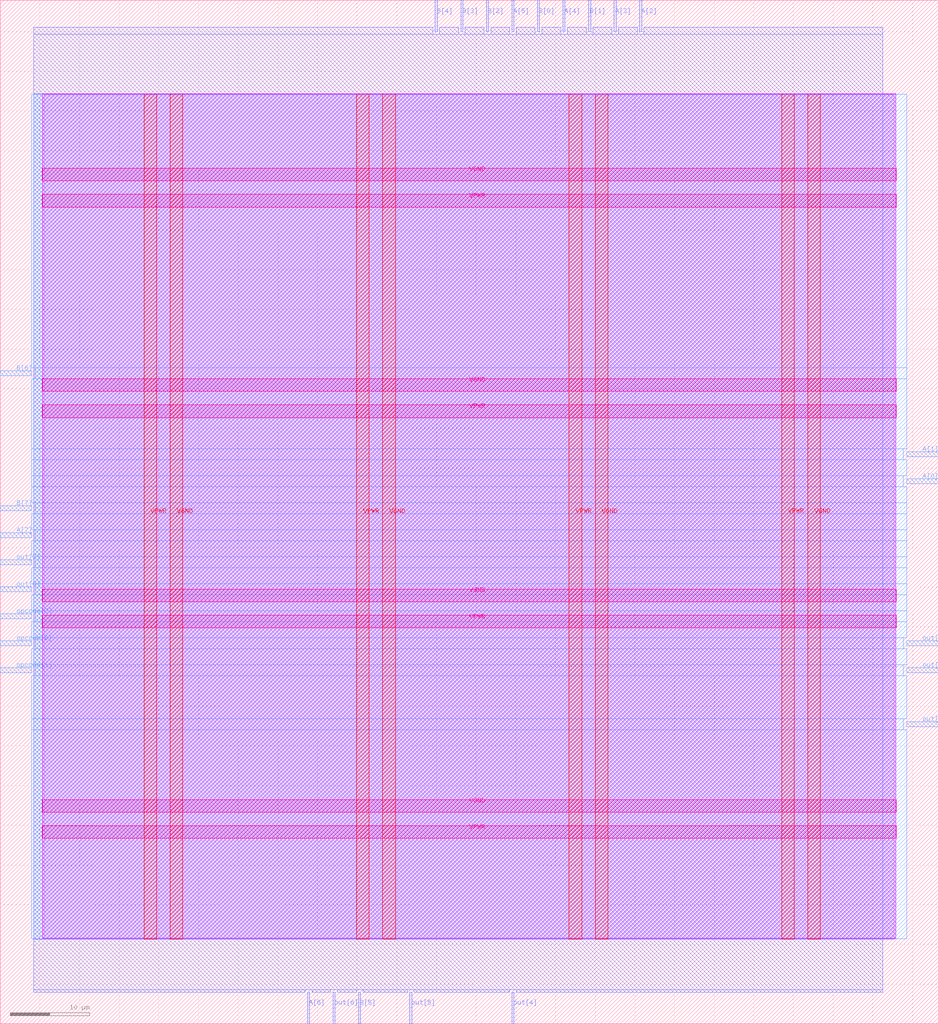
<source format=lef>
VERSION 5.7 ;
  NOWIREEXTENSIONATPIN ON ;
  DIVIDERCHAR "/" ;
  BUSBITCHARS "[]" ;
MACRO alu
  CLASS BLOCK ;
  FOREIGN alu ;
  ORIGIN 0.000 0.000 ;
  SIZE 118.240 BY 128.960 ;
  PIN A[0]
    DIRECTION INPUT ;
    USE SIGNAL ;
    ANTENNAGATEAREA 0.159000 ;
    PORT
      LAYER met3 ;
        RECT 114.240 68.040 118.240 68.640 ;
    END
  END A[0]
  PIN A[1]
    DIRECTION INPUT ;
    USE SIGNAL ;
    ANTENNAGATEAREA 0.159000 ;
    PORT
      LAYER met3 ;
        RECT 114.240 71.440 118.240 72.040 ;
    END
  END A[1]
  PIN A[2]
    DIRECTION INPUT ;
    USE SIGNAL ;
    ANTENNAGATEAREA 0.213000 ;
    PORT
      LAYER met2 ;
        RECT 80.590 124.960 80.870 128.960 ;
    END
  END A[2]
  PIN A[3]
    DIRECTION INPUT ;
    USE SIGNAL ;
    ANTENNAGATEAREA 0.213000 ;
    PORT
      LAYER met2 ;
        RECT 77.370 124.960 77.650 128.960 ;
    END
  END A[3]
  PIN A[4]
    DIRECTION INPUT ;
    USE SIGNAL ;
    ANTENNAGATEAREA 0.495000 ;
    PORT
      LAYER met2 ;
        RECT 70.930 124.960 71.210 128.960 ;
    END
  END A[4]
  PIN A[5]
    DIRECTION INPUT ;
    USE SIGNAL ;
    ANTENNAGATEAREA 0.196500 ;
    PORT
      LAYER met2 ;
        RECT 64.490 124.960 64.770 128.960 ;
    END
  END A[5]
  PIN A[6]
    DIRECTION INPUT ;
    USE SIGNAL ;
    ANTENNAGATEAREA 0.213000 ;
    PORT
      LAYER met2 ;
        RECT 38.730 0.000 39.010 4.000 ;
    END
  END A[6]
  PIN A[7]
    DIRECTION INPUT ;
    USE SIGNAL ;
    ANTENNAGATEAREA 0.213000 ;
    PORT
      LAYER met3 ;
        RECT 0.000 61.240 4.000 61.840 ;
    END
  END A[7]
  PIN B[0]
    DIRECTION INPUT ;
    USE SIGNAL ;
    ANTENNAGATEAREA 0.495000 ;
    PORT
      LAYER met2 ;
        RECT 67.710 124.960 67.990 128.960 ;
    END
  END B[0]
  PIN B[1]
    DIRECTION INPUT ;
    USE SIGNAL ;
    ANTENNAGATEAREA 0.495000 ;
    PORT
      LAYER met2 ;
        RECT 74.150 124.960 74.430 128.960 ;
    END
  END B[1]
  PIN B[2]
    DIRECTION INPUT ;
    USE SIGNAL ;
    ANTENNAGATEAREA 0.213000 ;
    PORT
      LAYER met2 ;
        RECT 61.270 124.960 61.550 128.960 ;
    END
  END B[2]
  PIN B[3]
    DIRECTION INPUT ;
    USE SIGNAL ;
    ANTENNAGATEAREA 0.213000 ;
    PORT
      LAYER met2 ;
        RECT 58.050 124.960 58.330 128.960 ;
    END
  END B[3]
  PIN B[4]
    DIRECTION INPUT ;
    USE SIGNAL ;
    ANTENNAGATEAREA 0.196500 ;
    PORT
      LAYER met2 ;
        RECT 54.830 124.960 55.110 128.960 ;
    END
  END B[4]
  PIN B[5]
    DIRECTION INPUT ;
    USE SIGNAL ;
    ANTENNAGATEAREA 0.213000 ;
    PORT
      LAYER met2 ;
        RECT 45.170 0.000 45.450 4.000 ;
    END
  END B[5]
  PIN B[6]
    DIRECTION INPUT ;
    USE SIGNAL ;
    ANTENNAGATEAREA 0.159000 ;
    PORT
      LAYER met3 ;
        RECT 0.000 81.640 4.000 82.240 ;
    END
  END B[6]
  PIN B[7]
    DIRECTION INPUT ;
    USE SIGNAL ;
    ANTENNAGATEAREA 0.196500 ;
    PORT
      LAYER met3 ;
        RECT 0.000 64.640 4.000 65.240 ;
    END
  END B[7]
  PIN VGND
    DIRECTION INOUT ;
    USE GROUND ;
    PORT
      LAYER met4 ;
        RECT 21.415 10.640 23.015 117.200 ;
    END
    PORT
      LAYER met4 ;
        RECT 48.210 10.640 49.810 117.200 ;
    END
    PORT
      LAYER met4 ;
        RECT 75.005 10.640 76.605 117.200 ;
    END
    PORT
      LAYER met4 ;
        RECT 101.800 10.640 103.400 117.200 ;
    END
    PORT
      LAYER met5 ;
        RECT 5.280 26.640 112.940 28.240 ;
    END
    PORT
      LAYER met5 ;
        RECT 5.280 53.160 112.940 54.760 ;
    END
    PORT
      LAYER met5 ;
        RECT 5.280 79.680 112.940 81.280 ;
    END
    PORT
      LAYER met5 ;
        RECT 5.280 106.200 112.940 107.800 ;
    END
  END VGND
  PIN VPWR
    DIRECTION INOUT ;
    USE POWER ;
    PORT
      LAYER met4 ;
        RECT 18.115 10.640 19.715 117.200 ;
    END
    PORT
      LAYER met4 ;
        RECT 44.910 10.640 46.510 117.200 ;
    END
    PORT
      LAYER met4 ;
        RECT 71.705 10.640 73.305 117.200 ;
    END
    PORT
      LAYER met4 ;
        RECT 98.500 10.640 100.100 117.200 ;
    END
    PORT
      LAYER met5 ;
        RECT 5.280 23.340 112.940 24.940 ;
    END
    PORT
      LAYER met5 ;
        RECT 5.280 49.860 112.940 51.460 ;
    END
    PORT
      LAYER met5 ;
        RECT 5.280 76.380 112.940 77.980 ;
    END
    PORT
      LAYER met5 ;
        RECT 5.280 102.900 112.940 104.500 ;
    END
  END VPWR
  PIN opcode[0]
    DIRECTION INPUT ;
    USE SIGNAL ;
    ANTENNAGATEAREA 0.196500 ;
    PORT
      LAYER met3 ;
        RECT 0.000 47.640 4.000 48.240 ;
    END
  END opcode[0]
  PIN opcode[1]
    DIRECTION INPUT ;
    USE SIGNAL ;
    ANTENNAGATEAREA 0.213000 ;
    PORT
      LAYER met3 ;
        RECT 0.000 44.240 4.000 44.840 ;
    END
  END opcode[1]
  PIN opcode[2]
    DIRECTION INPUT ;
    USE SIGNAL ;
    ANTENNAGATEAREA 0.159000 ;
    PORT
      LAYER met3 ;
        RECT 0.000 51.040 4.000 51.640 ;
    END
  END opcode[2]
  PIN out[0]
    DIRECTION OUTPUT ;
    USE SIGNAL ;
    ANTENNADIFFAREA 0.445500 ;
    PORT
      LAYER met3 ;
        RECT 0.000 54.440 4.000 55.040 ;
    END
  END out[0]
  PIN out[1]
    DIRECTION OUTPUT ;
    USE SIGNAL ;
    ANTENNADIFFAREA 0.445500 ;
    PORT
      LAYER met3 ;
        RECT 114.240 44.240 118.240 44.840 ;
    END
  END out[1]
  PIN out[2]
    DIRECTION OUTPUT ;
    USE SIGNAL ;
    ANTENNADIFFAREA 0.445500 ;
    PORT
      LAYER met3 ;
        RECT 114.240 37.440 118.240 38.040 ;
    END
  END out[2]
  PIN out[3]
    DIRECTION OUTPUT ;
    USE SIGNAL ;
    ANTENNADIFFAREA 0.445500 ;
    PORT
      LAYER met3 ;
        RECT 114.240 47.640 118.240 48.240 ;
    END
  END out[3]
  PIN out[4]
    DIRECTION OUTPUT ;
    USE SIGNAL ;
    ANTENNADIFFAREA 0.445500 ;
    PORT
      LAYER met2 ;
        RECT 64.490 0.000 64.770 4.000 ;
    END
  END out[4]
  PIN out[5]
    DIRECTION OUTPUT ;
    USE SIGNAL ;
    ANTENNADIFFAREA 0.445500 ;
    PORT
      LAYER met2 ;
        RECT 51.610 0.000 51.890 4.000 ;
    END
  END out[5]
  PIN out[6]
    DIRECTION OUTPUT ;
    USE SIGNAL ;
    ANTENNADIFFAREA 0.445500 ;
    PORT
      LAYER met2 ;
        RECT 41.950 0.000 42.230 4.000 ;
    END
  END out[6]
  PIN out[7]
    DIRECTION OUTPUT ;
    USE SIGNAL ;
    ANTENNADIFFAREA 1.336500 ;
    PORT
      LAYER met3 ;
        RECT 0.000 57.840 4.000 58.440 ;
    END
  END out[7]
  OBS
      LAYER nwell ;
        RECT 5.330 10.795 112.890 117.150 ;
      LAYER li1 ;
        RECT 5.520 10.795 112.700 117.045 ;
      LAYER met1 ;
        RECT 4.210 10.640 112.700 117.200 ;
      LAYER met2 ;
        RECT 4.230 124.680 54.550 125.530 ;
        RECT 55.390 124.680 57.770 125.530 ;
        RECT 58.610 124.680 60.990 125.530 ;
        RECT 61.830 124.680 64.210 125.530 ;
        RECT 65.050 124.680 67.430 125.530 ;
        RECT 68.270 124.680 70.650 125.530 ;
        RECT 71.490 124.680 73.870 125.530 ;
        RECT 74.710 124.680 77.090 125.530 ;
        RECT 77.930 124.680 80.310 125.530 ;
        RECT 81.150 124.680 111.230 125.530 ;
        RECT 4.230 4.280 111.230 124.680 ;
        RECT 4.230 4.000 38.450 4.280 ;
        RECT 39.290 4.000 41.670 4.280 ;
        RECT 42.510 4.000 44.890 4.280 ;
        RECT 45.730 4.000 51.330 4.280 ;
        RECT 52.170 4.000 64.210 4.280 ;
        RECT 65.050 4.000 111.230 4.280 ;
      LAYER met3 ;
        RECT 3.990 82.640 114.240 117.125 ;
        RECT 4.400 81.240 114.240 82.640 ;
        RECT 3.990 72.440 114.240 81.240 ;
        RECT 3.990 71.040 113.840 72.440 ;
        RECT 3.990 69.040 114.240 71.040 ;
        RECT 3.990 67.640 113.840 69.040 ;
        RECT 3.990 65.640 114.240 67.640 ;
        RECT 4.400 64.240 114.240 65.640 ;
        RECT 3.990 62.240 114.240 64.240 ;
        RECT 4.400 60.840 114.240 62.240 ;
        RECT 3.990 58.840 114.240 60.840 ;
        RECT 4.400 57.440 114.240 58.840 ;
        RECT 3.990 55.440 114.240 57.440 ;
        RECT 4.400 54.040 114.240 55.440 ;
        RECT 3.990 52.040 114.240 54.040 ;
        RECT 4.400 50.640 114.240 52.040 ;
        RECT 3.990 48.640 114.240 50.640 ;
        RECT 4.400 47.240 113.840 48.640 ;
        RECT 3.990 45.240 114.240 47.240 ;
        RECT 4.400 43.840 113.840 45.240 ;
        RECT 3.990 38.440 114.240 43.840 ;
        RECT 3.990 37.040 113.840 38.440 ;
        RECT 3.990 10.715 114.240 37.040 ;
  END
END alu
END LIBRARY


</source>
